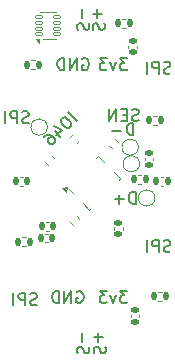
<source format=gbo>
G04 #@! TF.GenerationSoftware,KiCad,Pcbnew,8.0.7-8.0.7-0~ubuntu24.04.1*
G04 #@! TF.CreationDate,2024-12-29T20:55:18-07:00*
G04 #@! TF.ProjectId,ESP32-S3 Hub,45535033-322d-4533-9320-4875622e6b69,V1*
G04 #@! TF.SameCoordinates,Original*
G04 #@! TF.FileFunction,Legend,Bot*
G04 #@! TF.FilePolarity,Positive*
%FSLAX46Y46*%
G04 Gerber Fmt 4.6, Leading zero omitted, Abs format (unit mm)*
G04 Created by KiCad (PCBNEW 8.0.7-8.0.7-0~ubuntu24.04.1) date 2024-12-29 20:55:18*
%MOMM*%
%LPD*%
G01*
G04 APERTURE LIST*
G04 Aperture macros list*
%AMRoundRect*
0 Rectangle with rounded corners*
0 $1 Rounding radius*
0 $2 $3 $4 $5 $6 $7 $8 $9 X,Y pos of 4 corners*
0 Add a 4 corners polygon primitive as box body*
4,1,4,$2,$3,$4,$5,$6,$7,$8,$9,$2,$3,0*
0 Add four circle primitives for the rounded corners*
1,1,$1+$1,$2,$3*
1,1,$1+$1,$4,$5*
1,1,$1+$1,$6,$7*
1,1,$1+$1,$8,$9*
0 Add four rect primitives between the rounded corners*
20,1,$1+$1,$2,$3,$4,$5,0*
20,1,$1+$1,$4,$5,$6,$7,0*
20,1,$1+$1,$6,$7,$8,$9,0*
20,1,$1+$1,$8,$9,$2,$3,0*%
%AMRotRect*
0 Rectangle, with rotation*
0 The origin of the aperture is its center*
0 $1 length*
0 $2 width*
0 $3 Rotation angle, in degrees counterclockwise*
0 Add horizontal line*
21,1,$1,$2,0,0,$3*%
G04 Aperture macros list end*
%ADD10C,0.150000*%
%ADD11C,0.120000*%
%ADD12R,1.000000X1.000000*%
%ADD13O,1.000000X1.000000*%
%ADD14RoundRect,0.135000X-0.226274X-0.035355X-0.035355X-0.226274X0.226274X0.035355X0.035355X0.226274X0*%
%ADD15RoundRect,0.135000X-0.135000X-0.185000X0.135000X-0.185000X0.135000X0.185000X-0.135000X0.185000X0*%
%ADD16RoundRect,0.140000X0.170000X-0.140000X0.170000X0.140000X-0.170000X0.140000X-0.170000X-0.140000X0*%
%ADD17RoundRect,0.062500X-0.291682X-0.203293X-0.203293X-0.291682X0.291682X0.203293X0.203293X0.291682X0*%
%ADD18RoundRect,0.062500X-0.291682X0.203293X0.203293X-0.291682X0.291682X-0.203293X-0.203293X0.291682X0*%
%ADD19RotRect,1.000000X2.000000X315.000000*%
%ADD20RoundRect,0.140000X-0.140000X-0.170000X0.140000X-0.170000X0.140000X0.170000X-0.140000X0.170000X0*%
%ADD21RoundRect,0.140000X0.140000X0.170000X-0.140000X0.170000X-0.140000X-0.170000X0.140000X-0.170000X0*%
%ADD22C,1.000000*%
%ADD23R,0.230000X0.650000*%
%ADD24R,0.450000X0.530000*%
%ADD25RoundRect,0.135000X0.135000X0.185000X-0.135000X0.185000X-0.135000X-0.185000X0.135000X-0.185000X0*%
%ADD26RoundRect,0.135000X-0.035355X0.226274X-0.226274X0.035355X0.035355X-0.226274X0.226274X-0.035355X0*%
%ADD27R,0.440000X0.230000*%
%ADD28R,0.340000X0.230000*%
%ADD29RoundRect,0.140000X-0.170000X0.140000X-0.170000X-0.140000X0.170000X-0.140000X0.170000X0.140000X0*%
%ADD30RoundRect,0.050000X-0.285000X-0.100000X0.285000X-0.100000X0.285000X0.100000X-0.285000X0.100000X0*%
%ADD31RoundRect,0.135000X0.226274X0.035355X0.035355X0.226274X-0.226274X-0.035355X-0.035355X-0.226274X0*%
G04 APERTURE END LIST*
D10*
X154277800Y-83960839D02*
X154230180Y-83817982D01*
X154230180Y-83817982D02*
X154230180Y-83579887D01*
X154230180Y-83579887D02*
X154277800Y-83484649D01*
X154277800Y-83484649D02*
X154325419Y-83437030D01*
X154325419Y-83437030D02*
X154420657Y-83389411D01*
X154420657Y-83389411D02*
X154515895Y-83389411D01*
X154515895Y-83389411D02*
X154611133Y-83437030D01*
X154611133Y-83437030D02*
X154658752Y-83484649D01*
X154658752Y-83484649D02*
X154706371Y-83579887D01*
X154706371Y-83579887D02*
X154753990Y-83770363D01*
X154753990Y-83770363D02*
X154801609Y-83865601D01*
X154801609Y-83865601D02*
X154849228Y-83913220D01*
X154849228Y-83913220D02*
X154944466Y-83960839D01*
X154944466Y-83960839D02*
X155039704Y-83960839D01*
X155039704Y-83960839D02*
X155134942Y-83913220D01*
X155134942Y-83913220D02*
X155182561Y-83865601D01*
X155182561Y-83865601D02*
X155230180Y-83770363D01*
X155230180Y-83770363D02*
X155230180Y-83532268D01*
X155230180Y-83532268D02*
X155182561Y-83389411D01*
X154611133Y-82960839D02*
X154611133Y-82198935D01*
X162110839Y-87622200D02*
X161967982Y-87669819D01*
X161967982Y-87669819D02*
X161729887Y-87669819D01*
X161729887Y-87669819D02*
X161634649Y-87622200D01*
X161634649Y-87622200D02*
X161587030Y-87574580D01*
X161587030Y-87574580D02*
X161539411Y-87479342D01*
X161539411Y-87479342D02*
X161539411Y-87384104D01*
X161539411Y-87384104D02*
X161587030Y-87288866D01*
X161587030Y-87288866D02*
X161634649Y-87241247D01*
X161634649Y-87241247D02*
X161729887Y-87193628D01*
X161729887Y-87193628D02*
X161920363Y-87146009D01*
X161920363Y-87146009D02*
X162015601Y-87098390D01*
X162015601Y-87098390D02*
X162063220Y-87050771D01*
X162063220Y-87050771D02*
X162110839Y-86955533D01*
X162110839Y-86955533D02*
X162110839Y-86860295D01*
X162110839Y-86860295D02*
X162063220Y-86765057D01*
X162063220Y-86765057D02*
X162015601Y-86717438D01*
X162015601Y-86717438D02*
X161920363Y-86669819D01*
X161920363Y-86669819D02*
X161682268Y-86669819D01*
X161682268Y-86669819D02*
X161539411Y-86717438D01*
X161110839Y-87669819D02*
X161110839Y-86669819D01*
X161110839Y-86669819D02*
X160729887Y-86669819D01*
X160729887Y-86669819D02*
X160634649Y-86717438D01*
X160634649Y-86717438D02*
X160587030Y-86765057D01*
X160587030Y-86765057D02*
X160539411Y-86860295D01*
X160539411Y-86860295D02*
X160539411Y-87003152D01*
X160539411Y-87003152D02*
X160587030Y-87098390D01*
X160587030Y-87098390D02*
X160634649Y-87146009D01*
X160634649Y-87146009D02*
X160729887Y-87193628D01*
X160729887Y-87193628D02*
X161110839Y-87193628D01*
X160110839Y-87669819D02*
X160110839Y-86669819D01*
X150110839Y-91822200D02*
X149967982Y-91869819D01*
X149967982Y-91869819D02*
X149729887Y-91869819D01*
X149729887Y-91869819D02*
X149634649Y-91822200D01*
X149634649Y-91822200D02*
X149587030Y-91774580D01*
X149587030Y-91774580D02*
X149539411Y-91679342D01*
X149539411Y-91679342D02*
X149539411Y-91584104D01*
X149539411Y-91584104D02*
X149587030Y-91488866D01*
X149587030Y-91488866D02*
X149634649Y-91441247D01*
X149634649Y-91441247D02*
X149729887Y-91393628D01*
X149729887Y-91393628D02*
X149920363Y-91346009D01*
X149920363Y-91346009D02*
X150015601Y-91298390D01*
X150015601Y-91298390D02*
X150063220Y-91250771D01*
X150063220Y-91250771D02*
X150110839Y-91155533D01*
X150110839Y-91155533D02*
X150110839Y-91060295D01*
X150110839Y-91060295D02*
X150063220Y-90965057D01*
X150063220Y-90965057D02*
X150015601Y-90917438D01*
X150015601Y-90917438D02*
X149920363Y-90869819D01*
X149920363Y-90869819D02*
X149682268Y-90869819D01*
X149682268Y-90869819D02*
X149539411Y-90917438D01*
X149110839Y-91869819D02*
X149110839Y-90869819D01*
X149110839Y-90869819D02*
X148729887Y-90869819D01*
X148729887Y-90869819D02*
X148634649Y-90917438D01*
X148634649Y-90917438D02*
X148587030Y-90965057D01*
X148587030Y-90965057D02*
X148539411Y-91060295D01*
X148539411Y-91060295D02*
X148539411Y-91203152D01*
X148539411Y-91203152D02*
X148587030Y-91298390D01*
X148587030Y-91298390D02*
X148634649Y-91346009D01*
X148634649Y-91346009D02*
X148729887Y-91393628D01*
X148729887Y-91393628D02*
X149110839Y-91393628D01*
X148110839Y-91869819D02*
X148110839Y-90869819D01*
X158963220Y-92869819D02*
X158963220Y-91869819D01*
X158963220Y-91869819D02*
X158725125Y-91869819D01*
X158725125Y-91869819D02*
X158582268Y-91917438D01*
X158582268Y-91917438D02*
X158487030Y-92012676D01*
X158487030Y-92012676D02*
X158439411Y-92107914D01*
X158439411Y-92107914D02*
X158391792Y-92298390D01*
X158391792Y-92298390D02*
X158391792Y-92441247D01*
X158391792Y-92441247D02*
X158439411Y-92631723D01*
X158439411Y-92631723D02*
X158487030Y-92726961D01*
X158487030Y-92726961D02*
X158582268Y-92822200D01*
X158582268Y-92822200D02*
X158725125Y-92869819D01*
X158725125Y-92869819D02*
X158963220Y-92869819D01*
X157963220Y-92488866D02*
X157201316Y-92488866D01*
X154639411Y-86417438D02*
X154734649Y-86369819D01*
X154734649Y-86369819D02*
X154877506Y-86369819D01*
X154877506Y-86369819D02*
X155020363Y-86417438D01*
X155020363Y-86417438D02*
X155115601Y-86512676D01*
X155115601Y-86512676D02*
X155163220Y-86607914D01*
X155163220Y-86607914D02*
X155210839Y-86798390D01*
X155210839Y-86798390D02*
X155210839Y-86941247D01*
X155210839Y-86941247D02*
X155163220Y-87131723D01*
X155163220Y-87131723D02*
X155115601Y-87226961D01*
X155115601Y-87226961D02*
X155020363Y-87322200D01*
X155020363Y-87322200D02*
X154877506Y-87369819D01*
X154877506Y-87369819D02*
X154782268Y-87369819D01*
X154782268Y-87369819D02*
X154639411Y-87322200D01*
X154639411Y-87322200D02*
X154591792Y-87274580D01*
X154591792Y-87274580D02*
X154591792Y-86941247D01*
X154591792Y-86941247D02*
X154782268Y-86941247D01*
X154163220Y-87369819D02*
X154163220Y-86369819D01*
X154163220Y-86369819D02*
X153591792Y-87369819D01*
X153591792Y-87369819D02*
X153591792Y-86369819D01*
X153115601Y-87369819D02*
X153115601Y-86369819D01*
X153115601Y-86369819D02*
X152877506Y-86369819D01*
X152877506Y-86369819D02*
X152734649Y-86417438D01*
X152734649Y-86417438D02*
X152639411Y-86512676D01*
X152639411Y-86512676D02*
X152591792Y-86607914D01*
X152591792Y-86607914D02*
X152544173Y-86798390D01*
X152544173Y-86798390D02*
X152544173Y-86941247D01*
X152544173Y-86941247D02*
X152591792Y-87131723D01*
X152591792Y-87131723D02*
X152639411Y-87226961D01*
X152639411Y-87226961D02*
X152734649Y-87322200D01*
X152734649Y-87322200D02*
X152877506Y-87369819D01*
X152877506Y-87369819D02*
X153115601Y-87369819D01*
X155577800Y-83960839D02*
X155530180Y-83817982D01*
X155530180Y-83817982D02*
X155530180Y-83579887D01*
X155530180Y-83579887D02*
X155577800Y-83484649D01*
X155577800Y-83484649D02*
X155625419Y-83437030D01*
X155625419Y-83437030D02*
X155720657Y-83389411D01*
X155720657Y-83389411D02*
X155815895Y-83389411D01*
X155815895Y-83389411D02*
X155911133Y-83437030D01*
X155911133Y-83437030D02*
X155958752Y-83484649D01*
X155958752Y-83484649D02*
X156006371Y-83579887D01*
X156006371Y-83579887D02*
X156053990Y-83770363D01*
X156053990Y-83770363D02*
X156101609Y-83865601D01*
X156101609Y-83865601D02*
X156149228Y-83913220D01*
X156149228Y-83913220D02*
X156244466Y-83960839D01*
X156244466Y-83960839D02*
X156339704Y-83960839D01*
X156339704Y-83960839D02*
X156434942Y-83913220D01*
X156434942Y-83913220D02*
X156482561Y-83865601D01*
X156482561Y-83865601D02*
X156530180Y-83770363D01*
X156530180Y-83770363D02*
X156530180Y-83532268D01*
X156530180Y-83532268D02*
X156482561Y-83389411D01*
X155911133Y-82960839D02*
X155911133Y-82198935D01*
X155530180Y-82579887D02*
X156292085Y-82579887D01*
X158458458Y-86369819D02*
X157839411Y-86369819D01*
X157839411Y-86369819D02*
X158172744Y-86750771D01*
X158172744Y-86750771D02*
X158029887Y-86750771D01*
X158029887Y-86750771D02*
X157934649Y-86798390D01*
X157934649Y-86798390D02*
X157887030Y-86846009D01*
X157887030Y-86846009D02*
X157839411Y-86941247D01*
X157839411Y-86941247D02*
X157839411Y-87179342D01*
X157839411Y-87179342D02*
X157887030Y-87274580D01*
X157887030Y-87274580D02*
X157934649Y-87322200D01*
X157934649Y-87322200D02*
X158029887Y-87369819D01*
X158029887Y-87369819D02*
X158315601Y-87369819D01*
X158315601Y-87369819D02*
X158410839Y-87322200D01*
X158410839Y-87322200D02*
X158458458Y-87274580D01*
X157506077Y-86703152D02*
X157267982Y-87369819D01*
X157267982Y-87369819D02*
X157029887Y-86703152D01*
X156744172Y-86369819D02*
X156125125Y-86369819D01*
X156125125Y-86369819D02*
X156458458Y-86750771D01*
X156458458Y-86750771D02*
X156315601Y-86750771D01*
X156315601Y-86750771D02*
X156220363Y-86798390D01*
X156220363Y-86798390D02*
X156172744Y-86846009D01*
X156172744Y-86846009D02*
X156125125Y-86941247D01*
X156125125Y-86941247D02*
X156125125Y-87179342D01*
X156125125Y-87179342D02*
X156172744Y-87274580D01*
X156172744Y-87274580D02*
X156220363Y-87322200D01*
X156220363Y-87322200D02*
X156315601Y-87369819D01*
X156315601Y-87369819D02*
X156601315Y-87369819D01*
X156601315Y-87369819D02*
X156696553Y-87322200D01*
X156696553Y-87322200D02*
X156744172Y-87274580D01*
X150810839Y-107222200D02*
X150667982Y-107269819D01*
X150667982Y-107269819D02*
X150429887Y-107269819D01*
X150429887Y-107269819D02*
X150334649Y-107222200D01*
X150334649Y-107222200D02*
X150287030Y-107174580D01*
X150287030Y-107174580D02*
X150239411Y-107079342D01*
X150239411Y-107079342D02*
X150239411Y-106984104D01*
X150239411Y-106984104D02*
X150287030Y-106888866D01*
X150287030Y-106888866D02*
X150334649Y-106841247D01*
X150334649Y-106841247D02*
X150429887Y-106793628D01*
X150429887Y-106793628D02*
X150620363Y-106746009D01*
X150620363Y-106746009D02*
X150715601Y-106698390D01*
X150715601Y-106698390D02*
X150763220Y-106650771D01*
X150763220Y-106650771D02*
X150810839Y-106555533D01*
X150810839Y-106555533D02*
X150810839Y-106460295D01*
X150810839Y-106460295D02*
X150763220Y-106365057D01*
X150763220Y-106365057D02*
X150715601Y-106317438D01*
X150715601Y-106317438D02*
X150620363Y-106269819D01*
X150620363Y-106269819D02*
X150382268Y-106269819D01*
X150382268Y-106269819D02*
X150239411Y-106317438D01*
X149810839Y-107269819D02*
X149810839Y-106269819D01*
X149810839Y-106269819D02*
X149429887Y-106269819D01*
X149429887Y-106269819D02*
X149334649Y-106317438D01*
X149334649Y-106317438D02*
X149287030Y-106365057D01*
X149287030Y-106365057D02*
X149239411Y-106460295D01*
X149239411Y-106460295D02*
X149239411Y-106603152D01*
X149239411Y-106603152D02*
X149287030Y-106698390D01*
X149287030Y-106698390D02*
X149334649Y-106746009D01*
X149334649Y-106746009D02*
X149429887Y-106793628D01*
X149429887Y-106793628D02*
X149810839Y-106793628D01*
X148810839Y-107269819D02*
X148810839Y-106269819D01*
X162110839Y-102722200D02*
X161967982Y-102769819D01*
X161967982Y-102769819D02*
X161729887Y-102769819D01*
X161729887Y-102769819D02*
X161634649Y-102722200D01*
X161634649Y-102722200D02*
X161587030Y-102674580D01*
X161587030Y-102674580D02*
X161539411Y-102579342D01*
X161539411Y-102579342D02*
X161539411Y-102484104D01*
X161539411Y-102484104D02*
X161587030Y-102388866D01*
X161587030Y-102388866D02*
X161634649Y-102341247D01*
X161634649Y-102341247D02*
X161729887Y-102293628D01*
X161729887Y-102293628D02*
X161920363Y-102246009D01*
X161920363Y-102246009D02*
X162015601Y-102198390D01*
X162015601Y-102198390D02*
X162063220Y-102150771D01*
X162063220Y-102150771D02*
X162110839Y-102055533D01*
X162110839Y-102055533D02*
X162110839Y-101960295D01*
X162110839Y-101960295D02*
X162063220Y-101865057D01*
X162063220Y-101865057D02*
X162015601Y-101817438D01*
X162015601Y-101817438D02*
X161920363Y-101769819D01*
X161920363Y-101769819D02*
X161682268Y-101769819D01*
X161682268Y-101769819D02*
X161539411Y-101817438D01*
X161110839Y-102769819D02*
X161110839Y-101769819D01*
X161110839Y-101769819D02*
X160729887Y-101769819D01*
X160729887Y-101769819D02*
X160634649Y-101817438D01*
X160634649Y-101817438D02*
X160587030Y-101865057D01*
X160587030Y-101865057D02*
X160539411Y-101960295D01*
X160539411Y-101960295D02*
X160539411Y-102103152D01*
X160539411Y-102103152D02*
X160587030Y-102198390D01*
X160587030Y-102198390D02*
X160634649Y-102246009D01*
X160634649Y-102246009D02*
X160729887Y-102293628D01*
X160729887Y-102293628D02*
X161110839Y-102293628D01*
X160110839Y-102769819D02*
X160110839Y-101769819D01*
X158458458Y-106069819D02*
X157839411Y-106069819D01*
X157839411Y-106069819D02*
X158172744Y-106450771D01*
X158172744Y-106450771D02*
X158029887Y-106450771D01*
X158029887Y-106450771D02*
X157934649Y-106498390D01*
X157934649Y-106498390D02*
X157887030Y-106546009D01*
X157887030Y-106546009D02*
X157839411Y-106641247D01*
X157839411Y-106641247D02*
X157839411Y-106879342D01*
X157839411Y-106879342D02*
X157887030Y-106974580D01*
X157887030Y-106974580D02*
X157934649Y-107022200D01*
X157934649Y-107022200D02*
X158029887Y-107069819D01*
X158029887Y-107069819D02*
X158315601Y-107069819D01*
X158315601Y-107069819D02*
X158410839Y-107022200D01*
X158410839Y-107022200D02*
X158458458Y-106974580D01*
X157506077Y-106403152D02*
X157267982Y-107069819D01*
X157267982Y-107069819D02*
X157029887Y-106403152D01*
X156744172Y-106069819D02*
X156125125Y-106069819D01*
X156125125Y-106069819D02*
X156458458Y-106450771D01*
X156458458Y-106450771D02*
X156315601Y-106450771D01*
X156315601Y-106450771D02*
X156220363Y-106498390D01*
X156220363Y-106498390D02*
X156172744Y-106546009D01*
X156172744Y-106546009D02*
X156125125Y-106641247D01*
X156125125Y-106641247D02*
X156125125Y-106879342D01*
X156125125Y-106879342D02*
X156172744Y-106974580D01*
X156172744Y-106974580D02*
X156220363Y-107022200D01*
X156220363Y-107022200D02*
X156315601Y-107069819D01*
X156315601Y-107069819D02*
X156601315Y-107069819D01*
X156601315Y-107069819D02*
X156696553Y-107022200D01*
X156696553Y-107022200D02*
X156744172Y-106974580D01*
X154169809Y-91646087D02*
X153462702Y-90938980D01*
X152991298Y-91410384D02*
X152856611Y-91545071D01*
X152856611Y-91545071D02*
X152822939Y-91646086D01*
X152822939Y-91646086D02*
X152822939Y-91780773D01*
X152822939Y-91780773D02*
X152923954Y-91949132D01*
X152923954Y-91949132D02*
X153159657Y-92184834D01*
X153159657Y-92184834D02*
X153328015Y-92285849D01*
X153328015Y-92285849D02*
X153462702Y-92285849D01*
X153462702Y-92285849D02*
X153563718Y-92252178D01*
X153563718Y-92252178D02*
X153698405Y-92117491D01*
X153698405Y-92117491D02*
X153732076Y-92016475D01*
X153732076Y-92016475D02*
X153732076Y-91881788D01*
X153732076Y-91881788D02*
X153631061Y-91713430D01*
X153631061Y-91713430D02*
X153395359Y-91477727D01*
X153395359Y-91477727D02*
X153227000Y-91376712D01*
X153227000Y-91376712D02*
X153092313Y-91376712D01*
X153092313Y-91376712D02*
X152991298Y-91410384D01*
X152317863Y-92555223D02*
X152789267Y-93026628D01*
X152216848Y-92117491D02*
X152890283Y-92454208D01*
X152890283Y-92454208D02*
X152452550Y-92891941D01*
X151408725Y-92992956D02*
X151543413Y-92858269D01*
X151543413Y-92858269D02*
X151644428Y-92824598D01*
X151644428Y-92824598D02*
X151711771Y-92824598D01*
X151711771Y-92824598D02*
X151880130Y-92858269D01*
X151880130Y-92858269D02*
X152048489Y-92959285D01*
X152048489Y-92959285D02*
X152317863Y-93228659D01*
X152317863Y-93228659D02*
X152351535Y-93329674D01*
X152351535Y-93329674D02*
X152351535Y-93397017D01*
X152351535Y-93397017D02*
X152317863Y-93498033D01*
X152317863Y-93498033D02*
X152183176Y-93632720D01*
X152183176Y-93632720D02*
X152082161Y-93666391D01*
X152082161Y-93666391D02*
X152014817Y-93666391D01*
X152014817Y-93666391D02*
X151913802Y-93632720D01*
X151913802Y-93632720D02*
X151745443Y-93464361D01*
X151745443Y-93464361D02*
X151711771Y-93363346D01*
X151711771Y-93363346D02*
X151711771Y-93296002D01*
X151711771Y-93296002D02*
X151745443Y-93194987D01*
X151745443Y-93194987D02*
X151880130Y-93060300D01*
X151880130Y-93060300D02*
X151981145Y-93026628D01*
X151981145Y-93026628D02*
X152048489Y-93026628D01*
X152048489Y-93026628D02*
X152149504Y-93060300D01*
X154184398Y-106117438D02*
X154279636Y-106069819D01*
X154279636Y-106069819D02*
X154422493Y-106069819D01*
X154422493Y-106069819D02*
X154565350Y-106117438D01*
X154565350Y-106117438D02*
X154660588Y-106212676D01*
X154660588Y-106212676D02*
X154708207Y-106307914D01*
X154708207Y-106307914D02*
X154755826Y-106498390D01*
X154755826Y-106498390D02*
X154755826Y-106641247D01*
X154755826Y-106641247D02*
X154708207Y-106831723D01*
X154708207Y-106831723D02*
X154660588Y-106926961D01*
X154660588Y-106926961D02*
X154565350Y-107022200D01*
X154565350Y-107022200D02*
X154422493Y-107069819D01*
X154422493Y-107069819D02*
X154327255Y-107069819D01*
X154327255Y-107069819D02*
X154184398Y-107022200D01*
X154184398Y-107022200D02*
X154136779Y-106974580D01*
X154136779Y-106974580D02*
X154136779Y-106641247D01*
X154136779Y-106641247D02*
X154327255Y-106641247D01*
X153708207Y-107069819D02*
X153708207Y-106069819D01*
X153708207Y-106069819D02*
X153136779Y-107069819D01*
X153136779Y-107069819D02*
X153136779Y-106069819D01*
X152660588Y-107069819D02*
X152660588Y-106069819D01*
X152660588Y-106069819D02*
X152422493Y-106069819D01*
X152422493Y-106069819D02*
X152279636Y-106117438D01*
X152279636Y-106117438D02*
X152184398Y-106212676D01*
X152184398Y-106212676D02*
X152136779Y-106307914D01*
X152136779Y-106307914D02*
X152089160Y-106498390D01*
X152089160Y-106498390D02*
X152089160Y-106641247D01*
X152089160Y-106641247D02*
X152136779Y-106831723D01*
X152136779Y-106831723D02*
X152184398Y-106926961D01*
X152184398Y-106926961D02*
X152279636Y-107022200D01*
X152279636Y-107022200D02*
X152422493Y-107069819D01*
X152422493Y-107069819D02*
X152660588Y-107069819D01*
X159163220Y-98669819D02*
X159163220Y-97669819D01*
X159163220Y-97669819D02*
X158925125Y-97669819D01*
X158925125Y-97669819D02*
X158782268Y-97717438D01*
X158782268Y-97717438D02*
X158687030Y-97812676D01*
X158687030Y-97812676D02*
X158639411Y-97907914D01*
X158639411Y-97907914D02*
X158591792Y-98098390D01*
X158591792Y-98098390D02*
X158591792Y-98241247D01*
X158591792Y-98241247D02*
X158639411Y-98431723D01*
X158639411Y-98431723D02*
X158687030Y-98526961D01*
X158687030Y-98526961D02*
X158782268Y-98622200D01*
X158782268Y-98622200D02*
X158925125Y-98669819D01*
X158925125Y-98669819D02*
X159163220Y-98669819D01*
X158163220Y-98288866D02*
X157401316Y-98288866D01*
X157782268Y-98669819D02*
X157782268Y-97907914D01*
X154277800Y-111360839D02*
X154230180Y-111217982D01*
X154230180Y-111217982D02*
X154230180Y-110979887D01*
X154230180Y-110979887D02*
X154277800Y-110884649D01*
X154277800Y-110884649D02*
X154325419Y-110837030D01*
X154325419Y-110837030D02*
X154420657Y-110789411D01*
X154420657Y-110789411D02*
X154515895Y-110789411D01*
X154515895Y-110789411D02*
X154611133Y-110837030D01*
X154611133Y-110837030D02*
X154658752Y-110884649D01*
X154658752Y-110884649D02*
X154706371Y-110979887D01*
X154706371Y-110979887D02*
X154753990Y-111170363D01*
X154753990Y-111170363D02*
X154801609Y-111265601D01*
X154801609Y-111265601D02*
X154849228Y-111313220D01*
X154849228Y-111313220D02*
X154944466Y-111360839D01*
X154944466Y-111360839D02*
X155039704Y-111360839D01*
X155039704Y-111360839D02*
X155134942Y-111313220D01*
X155134942Y-111313220D02*
X155182561Y-111265601D01*
X155182561Y-111265601D02*
X155230180Y-111170363D01*
X155230180Y-111170363D02*
X155230180Y-110932268D01*
X155230180Y-110932268D02*
X155182561Y-110789411D01*
X154611133Y-110360839D02*
X154611133Y-109598935D01*
X155677800Y-111360839D02*
X155630180Y-111217982D01*
X155630180Y-111217982D02*
X155630180Y-110979887D01*
X155630180Y-110979887D02*
X155677800Y-110884649D01*
X155677800Y-110884649D02*
X155725419Y-110837030D01*
X155725419Y-110837030D02*
X155820657Y-110789411D01*
X155820657Y-110789411D02*
X155915895Y-110789411D01*
X155915895Y-110789411D02*
X156011133Y-110837030D01*
X156011133Y-110837030D02*
X156058752Y-110884649D01*
X156058752Y-110884649D02*
X156106371Y-110979887D01*
X156106371Y-110979887D02*
X156153990Y-111170363D01*
X156153990Y-111170363D02*
X156201609Y-111265601D01*
X156201609Y-111265601D02*
X156249228Y-111313220D01*
X156249228Y-111313220D02*
X156344466Y-111360839D01*
X156344466Y-111360839D02*
X156439704Y-111360839D01*
X156439704Y-111360839D02*
X156534942Y-111313220D01*
X156534942Y-111313220D02*
X156582561Y-111265601D01*
X156582561Y-111265601D02*
X156630180Y-111170363D01*
X156630180Y-111170363D02*
X156630180Y-110932268D01*
X156630180Y-110932268D02*
X156582561Y-110789411D01*
X156011133Y-110360839D02*
X156011133Y-109598935D01*
X155630180Y-109979887D02*
X156392085Y-109979887D01*
X159410839Y-91622200D02*
X159267982Y-91669819D01*
X159267982Y-91669819D02*
X159029887Y-91669819D01*
X159029887Y-91669819D02*
X158934649Y-91622200D01*
X158934649Y-91622200D02*
X158887030Y-91574580D01*
X158887030Y-91574580D02*
X158839411Y-91479342D01*
X158839411Y-91479342D02*
X158839411Y-91384104D01*
X158839411Y-91384104D02*
X158887030Y-91288866D01*
X158887030Y-91288866D02*
X158934649Y-91241247D01*
X158934649Y-91241247D02*
X159029887Y-91193628D01*
X159029887Y-91193628D02*
X159220363Y-91146009D01*
X159220363Y-91146009D02*
X159315601Y-91098390D01*
X159315601Y-91098390D02*
X159363220Y-91050771D01*
X159363220Y-91050771D02*
X159410839Y-90955533D01*
X159410839Y-90955533D02*
X159410839Y-90860295D01*
X159410839Y-90860295D02*
X159363220Y-90765057D01*
X159363220Y-90765057D02*
X159315601Y-90717438D01*
X159315601Y-90717438D02*
X159220363Y-90669819D01*
X159220363Y-90669819D02*
X158982268Y-90669819D01*
X158982268Y-90669819D02*
X158839411Y-90717438D01*
X158410839Y-91146009D02*
X158077506Y-91146009D01*
X157934649Y-91669819D02*
X158410839Y-91669819D01*
X158410839Y-91669819D02*
X158410839Y-90669819D01*
X158410839Y-90669819D02*
X157934649Y-90669819D01*
X157506077Y-91669819D02*
X157506077Y-90669819D01*
X157506077Y-90669819D02*
X156934649Y-91669819D01*
X156934649Y-91669819D02*
X156934649Y-90669819D01*
D11*
G04 #@! TO.C,R1*
X153839940Y-100477341D02*
X153622659Y-100260060D01*
X154377341Y-99939940D02*
X154160060Y-99722659D01*
G04 #@! TO.C,R10*
X158353641Y-83020000D02*
X158046359Y-83020000D01*
X158353641Y-83780000D02*
X158046359Y-83780000D01*
G04 #@! TO.C,C1*
X158540000Y-85292164D02*
X158540000Y-85507836D01*
X159260000Y-85292164D02*
X159260000Y-85507836D01*
G04 #@! TO.C,U2*
X153535248Y-97465685D02*
X153835769Y-97766206D01*
X155246447Y-99176884D02*
X154733794Y-98664231D01*
X155405546Y-99017785D02*
X155246447Y-99176884D01*
X155794454Y-94782215D02*
X155953553Y-94623116D01*
X155953553Y-94623116D02*
X156466206Y-95135769D01*
X157717785Y-96705546D02*
X157876884Y-96546447D01*
X157876884Y-96546447D02*
X157364231Y-96033794D01*
X153259477Y-97656604D02*
X152920065Y-97317193D01*
X153323116Y-97253553D01*
X153259477Y-97656604D01*
G36*
X153259477Y-97656604D02*
G01*
X152920065Y-97317193D01*
X153323116Y-97253553D01*
X153259477Y-97656604D01*
G37*
G04 #@! TO.C,C9*
X149607836Y-96440000D02*
X149392164Y-96440000D01*
X149607836Y-97160000D02*
X149392164Y-97160000D01*
G04 #@! TO.C,C2*
X151592164Y-100240000D02*
X151807836Y-100240000D01*
X151592164Y-100960000D02*
X151807836Y-100960000D01*
G04 #@! TO.C,R3*
X157139940Y-93977341D02*
X156922659Y-93760060D01*
X157677341Y-93439940D02*
X157460060Y-93222659D01*
G04 #@! TO.C,TP4*
X151700000Y-92200000D02*
G75*
G02*
X150300000Y-92200000I-700000J0D01*
G01*
X150300000Y-92200000D02*
G75*
G02*
X151700000Y-92200000I700000J0D01*
G01*
G04 #@! TO.C,C7*
X159940000Y-94792164D02*
X159940000Y-95007836D01*
X160660000Y-94792164D02*
X160660000Y-95007836D01*
G04 #@! TO.C,R20*
X150346359Y-86520000D02*
X150653641Y-86520000D01*
X150346359Y-87280000D02*
X150653641Y-87280000D01*
G04 #@! TO.C,R4*
X153622659Y-93039940D02*
X153839940Y-92822659D01*
X154160060Y-93577341D02*
X154377341Y-93360060D01*
G04 #@! TO.C,TP14*
X160800000Y-98200000D02*
G75*
G02*
X159400000Y-98200000I-700000J0D01*
G01*
X159400000Y-98200000D02*
G75*
G02*
X160800000Y-98200000I700000J0D01*
G01*
G04 #@! TO.C,C8*
X157340000Y-100907836D02*
X157340000Y-100692164D01*
X158060000Y-100907836D02*
X158060000Y-100692164D01*
G04 #@! TO.C,TP1*
X159400000Y-93900000D02*
G75*
G02*
X158000000Y-93900000I-700000J0D01*
G01*
X158000000Y-93900000D02*
G75*
G02*
X159400000Y-93900000I700000J0D01*
G01*
G04 #@! TO.C,R19*
X160953641Y-91220000D02*
X160646359Y-91220000D01*
X160953641Y-91980000D02*
X160646359Y-91980000D01*
G04 #@! TO.C,TP12*
X159500000Y-95300000D02*
G75*
G02*
X158100000Y-95300000I-700000J0D01*
G01*
X158100000Y-95300000D02*
G75*
G02*
X159500000Y-95300000I700000J0D01*
G01*
G04 #@! TO.C,C14*
X158740000Y-108092164D02*
X158740000Y-108307836D01*
X159460000Y-108092164D02*
X159460000Y-108307836D01*
G04 #@! TO.C,R11*
X159653641Y-96220000D02*
X159346359Y-96220000D01*
X159653641Y-96980000D02*
X159346359Y-96980000D01*
G04 #@! TO.C,U3*
X151100000Y-82440000D02*
X152400000Y-82440000D01*
X151350000Y-84760000D02*
X152400000Y-84760000D01*
X150990000Y-85040000D02*
X150710000Y-84760000D01*
X150990000Y-84760000D01*
X150990000Y-85040000D01*
G36*
X150990000Y-85040000D02*
G01*
X150710000Y-84760000D01*
X150990000Y-84760000D01*
X150990000Y-85040000D01*
G37*
G04 #@! TO.C,R18*
X149546359Y-101520000D02*
X149853641Y-101520000D01*
X149546359Y-102280000D02*
X149853641Y-102280000D01*
G04 #@! TO.C,C5*
X161507836Y-96440000D02*
X161292164Y-96440000D01*
X161507836Y-97160000D02*
X161292164Y-97160000D01*
G04 #@! TO.C,R2*
X161363641Y-106120000D02*
X161056359Y-106120000D01*
X161363641Y-106880000D02*
X161056359Y-106880000D01*
G04 #@! TO.C,C3*
X151492164Y-101240000D02*
X151707836Y-101240000D01*
X151492164Y-101960000D02*
X151707836Y-101960000D01*
G04 #@! TO.C,R5*
X151522659Y-95160060D02*
X151739940Y-95377341D01*
X152060060Y-94622659D02*
X152277341Y-94839940D01*
G04 #@! TD*
%LPC*%
D12*
G04 #@! TO.C,J22*
X157290000Y-108900000D03*
D13*
X156020000Y-108900000D03*
X154750000Y-108900000D03*
X153480000Y-108900000D03*
G04 #@! TD*
D12*
G04 #@! TO.C,J10*
X149200000Y-93025000D03*
D13*
X149200000Y-94295000D03*
X149200000Y-95565000D03*
G04 #@! TD*
D12*
G04 #@! TO.C,J6*
X149200000Y-98025000D03*
D13*
X149200000Y-99295000D03*
X149200000Y-100565000D03*
G04 #@! TD*
D12*
G04 #@! TO.C,J2*
X161600000Y-110600000D03*
D13*
X161600000Y-109330000D03*
X161600000Y-108060000D03*
G04 #@! TD*
D12*
G04 #@! TO.C,J1*
X161600000Y-100540000D03*
D13*
X161600000Y-99270000D03*
X161600000Y-98000000D03*
G04 #@! TD*
D12*
G04 #@! TO.C,J7*
X161600000Y-85525000D03*
D13*
X161600000Y-84255000D03*
X161600000Y-82985000D03*
G04 #@! TD*
D12*
G04 #@! TO.C,J12*
X149200000Y-83000000D03*
D13*
X149200000Y-84270000D03*
X149200000Y-85540000D03*
G04 #@! TD*
D12*
G04 #@! TO.C,J21*
X157300000Y-84700000D03*
D13*
X156030000Y-84700000D03*
X154760000Y-84700000D03*
X153490000Y-84700000D03*
G04 #@! TD*
D12*
G04 #@! TO.C,J4*
X149200000Y-108050000D03*
D13*
X149200000Y-109320000D03*
X149200000Y-110590000D03*
G04 #@! TD*
D12*
G04 #@! TO.C,J9*
X161600000Y-95600000D03*
D13*
X161600000Y-94330000D03*
X161600000Y-93060000D03*
G04 #@! TD*
D14*
G04 #@! TO.C,R1*
X153639376Y-99739376D03*
X154360624Y-100460624D03*
G04 #@! TD*
D15*
G04 #@! TO.C,R10*
X157690000Y-83400000D03*
X158710000Y-83400000D03*
G04 #@! TD*
D16*
G04 #@! TO.C,C1*
X158900000Y-85880000D03*
X158900000Y-84920000D03*
G04 #@! TD*
D17*
G04 #@! TO.C,U2*
X154229981Y-97916466D03*
D18*
X153876427Y-96944194D03*
X154229981Y-96590641D03*
X154583534Y-96237087D03*
X154937087Y-95883534D03*
X155290641Y-95529981D03*
X155644194Y-95176427D03*
D17*
X156616466Y-95529981D03*
X156970019Y-95883534D03*
D18*
X157323573Y-96855806D03*
X156970019Y-97209359D03*
X156616466Y-97562913D03*
X156262913Y-97916466D03*
X155909359Y-98270019D03*
X155555806Y-98623573D03*
D17*
X154583534Y-98270019D03*
D19*
X155600000Y-96900000D03*
G04 #@! TD*
D20*
G04 #@! TO.C,C9*
X149020000Y-96800000D03*
X149980000Y-96800000D03*
G04 #@! TD*
D21*
G04 #@! TO.C,C2*
X152180000Y-100600000D03*
X151220000Y-100600000D03*
G04 #@! TD*
D14*
G04 #@! TO.C,R3*
X156939376Y-93239376D03*
X157660624Y-93960624D03*
G04 #@! TD*
D22*
G04 #@! TO.C,TP4*
X151000000Y-92200000D03*
G04 #@! TD*
D23*
G04 #@! TO.C,J14*
X158210000Y-105080000D03*
X158210000Y-103330000D03*
X157810000Y-105080000D03*
X157810000Y-103330000D03*
X157410000Y-105080000D03*
X157410000Y-103330000D03*
X157010000Y-105080000D03*
X157010000Y-103330000D03*
X156610000Y-105080000D03*
X156610000Y-103330000D03*
X156210000Y-105080000D03*
X156210000Y-103330000D03*
X155810000Y-105080000D03*
X155810000Y-103330000D03*
X155410000Y-105080000D03*
X155410000Y-103330000D03*
X155010000Y-105080000D03*
X155010000Y-103330000D03*
X154610000Y-105080000D03*
X154610000Y-103330000D03*
X154210000Y-105080000D03*
X154210000Y-103330000D03*
X153810000Y-105080000D03*
X153810000Y-103330000D03*
X153410000Y-105080000D03*
X153410000Y-103330000D03*
X153010000Y-105080000D03*
X153010000Y-103330000D03*
X152610000Y-105080000D03*
X152610000Y-103330000D03*
D24*
X159010000Y-104770000D03*
X159010000Y-103640000D03*
X151810000Y-104770000D03*
X151810000Y-103640000D03*
G04 #@! TD*
D16*
G04 #@! TO.C,C7*
X160300000Y-95380000D03*
X160300000Y-94420000D03*
G04 #@! TD*
D25*
G04 #@! TO.C,R20*
X151010000Y-86900000D03*
X149990000Y-86900000D03*
G04 #@! TD*
D26*
G04 #@! TO.C,R4*
X154360624Y-92839376D03*
X153639376Y-93560624D03*
G04 #@! TD*
D22*
G04 #@! TO.C,TP14*
X160100000Y-98200000D03*
G04 #@! TD*
D27*
G04 #@! TO.C,J11*
X148410000Y-90200000D03*
D28*
X151170000Y-89900000D03*
D27*
X148410000Y-89600000D03*
D28*
X151170000Y-89300000D03*
D27*
X148410000Y-89000000D03*
D28*
X151170000Y-88700000D03*
D27*
X148410000Y-88400000D03*
G04 #@! TD*
D29*
G04 #@! TO.C,C8*
X157700000Y-100320000D03*
X157700000Y-101280000D03*
G04 #@! TD*
D23*
G04 #@! TO.C,J17*
X158210000Y-90080000D03*
X158210000Y-88330000D03*
X157810000Y-90080000D03*
X157810000Y-88330000D03*
X157410000Y-90080000D03*
X157410000Y-88330000D03*
X157010000Y-90080000D03*
X157010000Y-88330000D03*
X156610000Y-90080000D03*
X156610000Y-88330000D03*
X156210000Y-90080000D03*
X156210000Y-88330000D03*
X155810000Y-90080000D03*
X155810000Y-88330000D03*
X155410000Y-90080000D03*
X155410000Y-88330000D03*
X155010000Y-90080000D03*
X155010000Y-88330000D03*
X154610000Y-90080000D03*
X154610000Y-88330000D03*
X154210000Y-90080000D03*
X154210000Y-88330000D03*
X153810000Y-90080000D03*
X153810000Y-88330000D03*
X153410000Y-90080000D03*
X153410000Y-88330000D03*
X153010000Y-90080000D03*
X153010000Y-88330000D03*
X152610000Y-90080000D03*
X152610000Y-88330000D03*
D24*
X159010000Y-89770000D03*
X159010000Y-88640000D03*
X151810000Y-89770000D03*
X151810000Y-88640000D03*
G04 #@! TD*
D22*
G04 #@! TO.C,TP1*
X158700000Y-93900000D03*
G04 #@! TD*
D15*
G04 #@! TO.C,R19*
X160290000Y-91600000D03*
X161310000Y-91600000D03*
G04 #@! TD*
D27*
G04 #@! TO.C,J8*
X162390000Y-88400000D03*
D28*
X159630000Y-88700000D03*
D27*
X162390000Y-89000000D03*
D28*
X159630000Y-89300000D03*
D27*
X162390000Y-89600000D03*
D28*
X159630000Y-89900000D03*
D27*
X162390000Y-90200000D03*
G04 #@! TD*
D22*
G04 #@! TO.C,TP12*
X158800000Y-95300000D03*
G04 #@! TD*
D16*
G04 #@! TO.C,C14*
X159100000Y-108680000D03*
X159100000Y-107720000D03*
G04 #@! TD*
D15*
G04 #@! TO.C,R11*
X158990000Y-96600000D03*
X160010000Y-96600000D03*
G04 #@! TD*
D30*
G04 #@! TO.C,U3*
X151010000Y-84350000D03*
X151010000Y-83850000D03*
X151010000Y-83350000D03*
X151010000Y-82850000D03*
X152490000Y-82850000D03*
X152490000Y-83350000D03*
X152490000Y-83850000D03*
X152490000Y-84350000D03*
G04 #@! TD*
D25*
G04 #@! TO.C,R18*
X150210000Y-101900000D03*
X149190000Y-101900000D03*
G04 #@! TD*
D27*
G04 #@! TO.C,J5*
X148410000Y-105100000D03*
D28*
X151170000Y-104800000D03*
D27*
X148410000Y-104500000D03*
D28*
X151170000Y-104200000D03*
D27*
X148410000Y-103900000D03*
D28*
X151170000Y-103600000D03*
D27*
X148410000Y-103300000D03*
G04 #@! TD*
D20*
G04 #@! TO.C,C5*
X160920000Y-96800000D03*
X161880000Y-96800000D03*
G04 #@! TD*
D15*
G04 #@! TO.C,R2*
X160700000Y-106500000D03*
X161720000Y-106500000D03*
G04 #@! TD*
D21*
G04 #@! TO.C,C3*
X152080000Y-101600000D03*
X151120000Y-101600000D03*
G04 #@! TD*
D27*
G04 #@! TO.C,J3*
X162390000Y-103300000D03*
D28*
X159630000Y-103600000D03*
D27*
X162390000Y-103900000D03*
D28*
X159630000Y-104200000D03*
D27*
X162390000Y-104500000D03*
D28*
X159630000Y-104800000D03*
D27*
X162390000Y-105100000D03*
G04 #@! TD*
D31*
G04 #@! TO.C,R5*
X152260624Y-95360624D03*
X151539376Y-94639376D03*
G04 #@! TD*
%LPD*%
M02*

</source>
